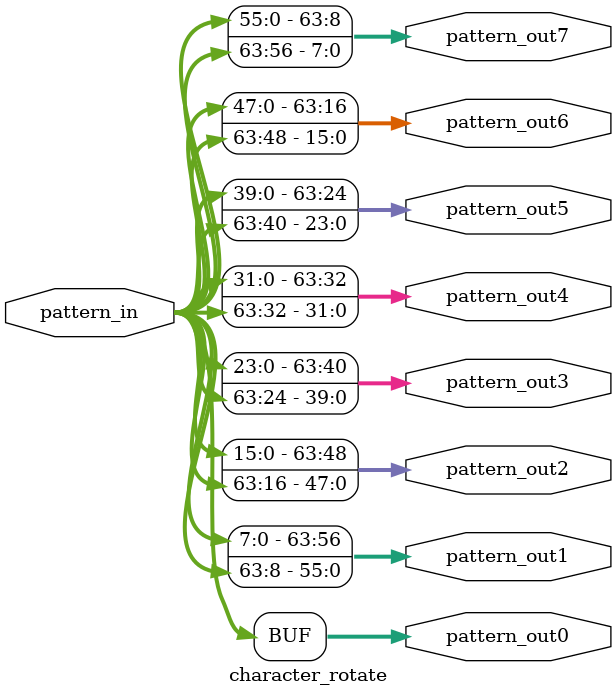
<source format=v>
`timescale 1ns / 1ps
module character_rotate(
    input [63:0] pattern_in,
    output [63:0] pattern_out0,
    output [63:0] pattern_out1,
    output [63:0] pattern_out2,
    output [63:0] pattern_out3,
    output [63:0] pattern_out4,
    output [63:0] pattern_out5,
    output [63:0] pattern_out6,
    output [63:0] pattern_out7
    );

		assign pattern_out0 = pattern_in[63:0];
		assign pattern_out1 = {pattern_in[7:0],pattern_in[63:8]};
		assign pattern_out2 = {pattern_in[15:0],pattern_in[63:16]};
		assign pattern_out3 = {pattern_in[23:0],pattern_in[63:24]};
		assign pattern_out4 = {pattern_in[31:0],pattern_in[63:32]};
		assign pattern_out5 = {pattern_in[39:0],pattern_in[63:40]};
		assign pattern_out6 = {pattern_in[47:0],pattern_in[63:48]};
		assign pattern_out7 = {pattern_in[55:0],pattern_in[63:56]};
	

endmodule

</source>
